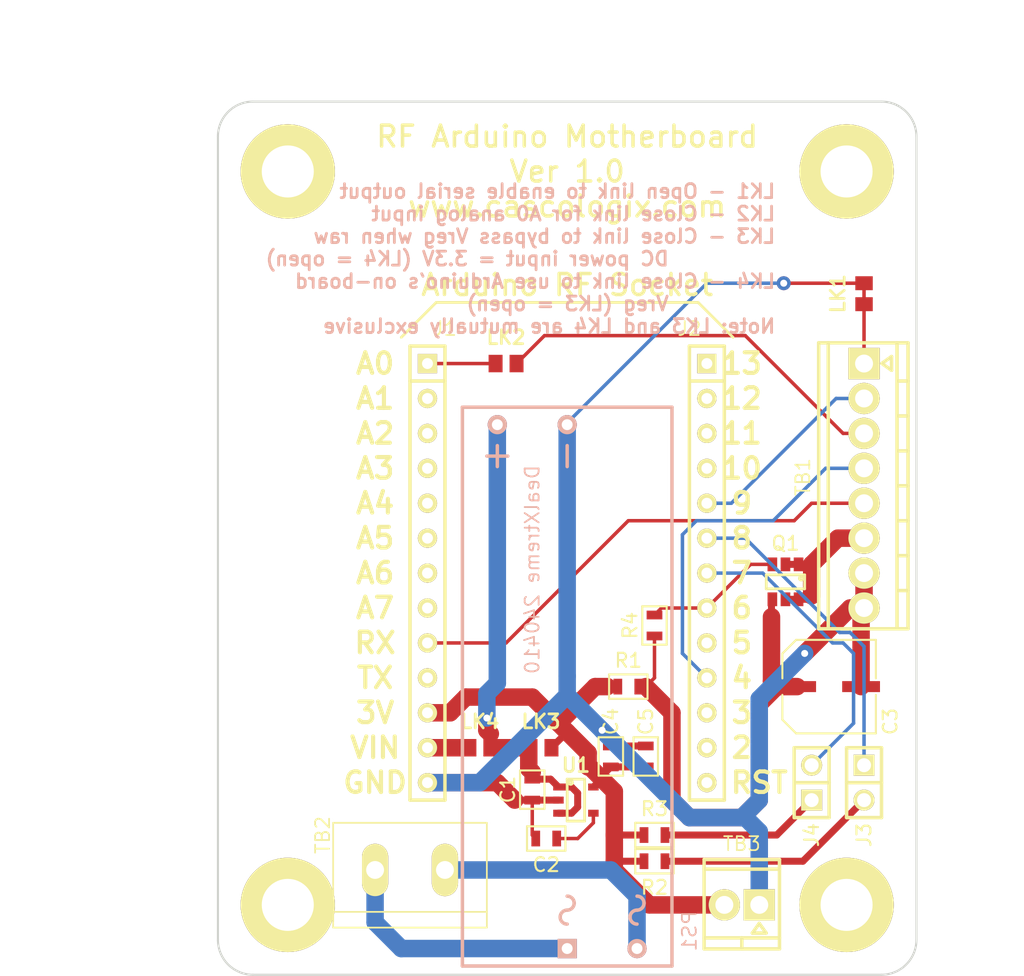
<source format=kicad_pcb>
(kicad_pcb (version 4) (host pcbnew 4.0.1-stable)

  (general
    (links 47)
    (no_connects 0)
    (area 73.050399 61.3918 149.672525 132.491842)
    (thickness 1.6)
    (drawings 51)
    (tracks 167)
    (zones 0)
    (modules 27)
    (nets 37)
  )

  (page A4)
  (layers
    (0 F.Cu signal)
    (31 B.Cu signal)
    (32 B.Adhes user)
    (33 F.Adhes user)
    (34 B.Paste user)
    (35 F.Paste user)
    (36 B.SilkS user)
    (37 F.SilkS user)
    (38 B.Mask user)
    (39 F.Mask user)
    (40 Dwgs.User user)
    (41 Cmts.User user)
    (42 Eco1.User user)
    (43 Eco2.User user)
    (44 Edge.Cuts user)
    (45 Margin user)
    (46 B.CrtYd user)
    (47 F.CrtYd user)
    (48 B.Fab user hide)
    (49 F.Fab user hide)
  )

  (setup
    (last_trace_width 0.254)
    (user_trace_width 0.254)
    (user_trace_width 0.508)
    (user_trace_width 0.762)
    (user_trace_width 1.016)
    (user_trace_width 1.27)
    (trace_clearance 0.2032)
    (zone_clearance 0.508)
    (zone_45_only no)
    (trace_min 0.1524)
    (segment_width 0.2032)
    (edge_width 0.1524)
    (via_size 0.762)
    (via_drill 0.381)
    (via_min_size 0.381)
    (via_min_drill 0.254)
    (user_via 0.762 0.381)
    (user_via 1.016 0.508)
    (uvia_size 0.3)
    (uvia_drill 0.1)
    (uvias_allowed no)
    (uvia_min_size 0.2)
    (uvia_min_drill 0.1)
    (pcb_text_width 0.3)
    (pcb_text_size 1.016 1.016)
    (mod_edge_width 0.127)
    (mod_text_size 1.016 1.016)
    (mod_text_width 0.127)
    (pad_size 1.524 1.524)
    (pad_drill 0.762)
    (pad_to_mask_clearance 0.2)
    (aux_axis_origin 88.9 68.58)
    (visible_elements 7FFEFFFF)
    (pcbplotparams
      (layerselection 0x010fc_80000001)
      (usegerberextensions false)
      (excludeedgelayer true)
      (linewidth 0.100000)
      (plotframeref false)
      (viasonmask false)
      (mode 1)
      (useauxorigin true)
      (hpglpennumber 1)
      (hpglpenspeed 20)
      (hpglpendiameter 15)
      (hpglpenoverlay 2)
      (psnegative false)
      (psa4output false)
      (plotreference true)
      (plotvalue true)
      (plotinvisibletext false)
      (padsonsilk false)
      (subtractmaskfromsilk false)
      (outputformat 1)
      (mirror false)
      (drillshape 0)
      (scaleselection 1)
      (outputdirectory "Z:/Engineering/Projects/Adapter_Boards/Motherboard/PCB Assembly/"))
  )

  (net 0 "")
  (net 1 "Net-(C3-Pad1)")
  (net 2 GND)
  (net 3 +3V3)
  (net 4 VIN)
  (net 5 "Net-(J1-Pad10)")
  (net 6 "Net-(J1-Pad6)")
  (net 7 "Net-(J1-Pad7)")
  (net 8 MAX_TX)
  (net 9 "Net-(J1-Pad8)")
  (net 10 "Net-(J1-Pad4)")
  (net 11 "Net-(J1-Pad5)")
  (net 12 "Net-(J1-Pad3)")
  (net 13 "Net-(J1-Pad2)")
  (net 14 MAX_AN)
  (net 15 "Net-(J2-Pad13)")
  (net 16 "Net-(J2-Pad11)")
  (net 17 "Net-(J2-Pad12)")
  (net 18 MAX_TRIG)
  (net 19 "Net-(J2-Pad9)")
  (net 20 MAX_PWR)
  (net 21 "Net-(J2-Pad4)")
  (net 22 MAX_PW)
  (net 23 "Net-(J2-Pad3)")
  (net 24 "Net-(J2-Pad2)")
  (net 25 "Net-(J2-Pad1)")
  (net 26 "Net-(PS1-Pad1)")
  (net 27 "Net-(PS1-Pad2)")
  (net 28 "Net-(C1-Pad1)")
  (net 29 "Net-(LK1-Pad1)")
  (net 30 "Net-(LK2-Pad1)")
  (net 31 "Net-(C2-Pad1)")
  (net 32 "Net-(J2-Pad6)")
  (net 33 "Net-(J2-Pad7)")
  (net 34 "Net-(J3-Pad2)")
  (net 35 "Net-(J4-Pad1)")
  (net 36 "Net-(Q1-Pad1)")

  (net_class Default "This is the default net class."
    (clearance 0.2032)
    (trace_width 0.254)
    (via_dia 0.762)
    (via_drill 0.381)
    (uvia_dia 0.3)
    (uvia_drill 0.1)
    (add_net MAX_AN)
    (add_net MAX_PW)
    (add_net MAX_PWR)
    (add_net MAX_TRIG)
    (add_net MAX_TX)
    (add_net "Net-(C2-Pad1)")
    (add_net "Net-(J1-Pad10)")
    (add_net "Net-(J1-Pad2)")
    (add_net "Net-(J1-Pad3)")
    (add_net "Net-(J1-Pad4)")
    (add_net "Net-(J1-Pad5)")
    (add_net "Net-(J1-Pad6)")
    (add_net "Net-(J1-Pad7)")
    (add_net "Net-(J1-Pad8)")
    (add_net "Net-(J2-Pad1)")
    (add_net "Net-(J2-Pad11)")
    (add_net "Net-(J2-Pad12)")
    (add_net "Net-(J2-Pad13)")
    (add_net "Net-(J2-Pad2)")
    (add_net "Net-(J2-Pad3)")
    (add_net "Net-(J2-Pad4)")
    (add_net "Net-(J2-Pad6)")
    (add_net "Net-(J2-Pad7)")
    (add_net "Net-(J2-Pad9)")
    (add_net "Net-(J3-Pad2)")
    (add_net "Net-(J4-Pad1)")
    (add_net "Net-(LK1-Pad1)")
    (add_net "Net-(LK2-Pad1)")
  )

  (net_class Power ""
    (clearance 0.2032)
    (trace_width 1.27)
    (via_dia 1.016)
    (via_drill 0.508)
    (uvia_dia 0.3)
    (uvia_drill 0.1)
    (add_net +3V3)
    (add_net GND)
    (add_net "Net-(C1-Pad1)")
    (add_net "Net-(C3-Pad1)")
    (add_net "Net-(PS1-Pad1)")
    (add_net "Net-(PS1-Pad2)")
    (add_net "Net-(Q1-Pad1)")
    (add_net VIN)
  )

  (module Fastener:MH_#6 locked (layer F.Cu) (tedit 56A965A1) (tstamp 56A96639)
    (at 134.62 127)
    (path /56A807CC)
    (fp_text reference MH3 (at 0 4.445) (layer F.SilkS) hide
      (effects (font (size 1 1) (thickness 0.15)))
    )
    (fp_text value "#6" (at 0 -4.445) (layer F.Fab) hide
      (effects (font (size 1 1) (thickness 0.15)))
    )
    (pad 1 thru_hole circle (at 0 0) (size 6.858 6.858) (drill 3.7846) (layers *.Cu *.Mask F.SilkS))
  )

  (module Fastener:MH_#6 locked (layer F.Cu) (tedit 56A965A4) (tstamp 56A96635)
    (at 93.98 127)
    (path /56A80809)
    (fp_text reference MH4 (at 0 4.445) (layer F.SilkS) hide
      (effects (font (size 1 1) (thickness 0.15)))
    )
    (fp_text value "#6" (at 0 -4.445) (layer F.Fab) hide
      (effects (font (size 1 1) (thickness 0.15)))
    )
    (pad 1 thru_hole circle (at 0 0) (size 6.858 6.858) (drill 3.7846) (layers *.Cu *.Mask F.SilkS))
  )

  (module Fastener:MH_#6 locked (layer F.Cu) (tedit 56A96598) (tstamp 56A9662B)
    (at 93.98 73.66)
    (path /56A80853)
    (fp_text reference MH1 (at 0 4.445) (layer F.SilkS) hide
      (effects (font (size 1 1) (thickness 0.15)))
    )
    (fp_text value "#6" (at 0 -4.445) (layer F.Fab) hide
      (effects (font (size 1 1) (thickness 0.15)))
    )
    (pad 1 thru_hole circle (at 0 0) (size 6.858 6.858) (drill 3.7846) (layers *.Cu *.Mask F.SilkS))
  )

  (module Terminal_Block:CONN_2 (layer F.Cu) (tedit 56AADFEF) (tstamp 56A86F3E)
    (at 102.87 124.46 180)
    (path /56A857D1)
    (attr virtual)
    (fp_text reference TB2 (at 6.35 2.54 270) (layer F.SilkS)
      (effects (font (size 1.016 1.016) (thickness 0.127)))
    )
    (fp_text value OSTTC022162 (at 6.35 0 270) (layer F.Fab) hide
      (effects (font (size 1.016 1.016) (thickness 0.127)))
    )
    (fp_line (start -5.588 -3.048) (end 5.588 -3.048) (layer F.SilkS) (width 0.127))
    (fp_line (start -5.588 -4.191) (end 5.588 -4.191) (layer F.SilkS) (width 0.127))
    (fp_line (start 5.588 -4.191) (end 5.588 3.429) (layer F.SilkS) (width 0.127))
    (fp_line (start 5.588 3.429) (end -5.588 3.429) (layer F.SilkS) (width 0.127))
    (fp_line (start -5.588 3.429) (end -5.588 -4.191) (layer F.SilkS) (width 0.127))
    (pad 1 thru_hole oval (at -2.54 0 180) (size 1.905 3.81) (drill 1.2954) (layers *.Cu F.Paste F.SilkS F.Mask)
      (net 27 "Net-(PS1-Pad2)"))
    (pad 2 thru_hole oval (at 2.54 0 180) (size 1.905 3.81) (drill 1.2954) (layers *.Cu F.Paste F.SilkS F.Mask)
      (net 26 "Net-(PS1-Pad1)"))
    (model C:/Engineering/KiCAD_Libraries/3D/Terminal_Blocks/VRML/TB_200MIL_1R2P_HORZ_PTH.wrl
      (at (xyz 0 0 0))
      (scale (xyz 10 10 10))
      (rotate (xyz 0 0 0))
    )
  )

  (module Header:HEADER_F_2.54MM_1R13P_ST_AU_PTH locked (layer F.Cu) (tedit 56AADFD7) (tstamp 56A8617C)
    (at 124.46 102.87 270)
    (tags Header)
    (path /56A822EC)
    (fp_text reference J2 (at -17.78 1.27 360) (layer F.SilkS)
      (effects (font (size 1.016 1.016) (thickness 0.127)))
    )
    (fp_text value PPTC131LFBN-RC (at 0 -2.54 270) (layer F.Fab) hide
      (effects (font (size 1.016 1.016) (thickness 0.127)))
    )
    (fp_line (start 16.51 1.27) (end -16.51 1.27) (layer F.SilkS) (width 0.254))
    (fp_line (start -16.51 -1.27) (end 16.51 -1.27) (layer F.SilkS) (width 0.254))
    (fp_line (start 16.51 -1.27) (end 16.51 1.27) (layer F.SilkS) (width 0.254))
    (fp_line (start -13.97 1.27) (end -13.97 -1.27) (layer F.SilkS) (width 0.254))
    (fp_line (start -16.51 1.27) (end -16.51 -1.27) (layer F.SilkS) (width 0.254))
    (pad 13 thru_hole circle (at 15.24 0 270) (size 1.397 1.397) (drill 0.79375) (layers *.Cu *.Mask F.SilkS)
      (net 15 "Net-(J2-Pad13)"))
    (pad 11 thru_hole circle (at 10.16 0 270) (size 1.397 1.397) (drill 0.79375) (layers *.Cu *.Mask F.SilkS)
      (net 16 "Net-(J2-Pad11)"))
    (pad 12 thru_hole circle (at 12.7 0 270) (size 1.397 1.397) (drill 0.79375) (layers *.Cu *.Mask F.SilkS)
      (net 17 "Net-(J2-Pad12)"))
    (pad 10 thru_hole circle (at 7.62 0 270) (size 1.397 1.397) (drill 0.79375) (layers *.Cu *.Mask F.SilkS)
      (net 18 MAX_TRIG))
    (pad 6 thru_hole circle (at -2.54 0 270) (size 1.397 1.397) (drill 0.79375) (layers *.Cu *.Mask F.SilkS)
      (net 32 "Net-(J2-Pad6)"))
    (pad 7 thru_hole circle (at 0 0 270) (size 1.397 1.397) (drill 0.79375) (layers *.Cu *.Mask F.SilkS)
      (net 33 "Net-(J2-Pad7)"))
    (pad 9 thru_hole circle (at 5.08 0 270) (size 1.397 1.397) (drill 0.79375) (layers *.Cu *.Mask F.SilkS)
      (net 19 "Net-(J2-Pad9)"))
    (pad 8 thru_hole circle (at 2.54 0 270) (size 1.397 1.397) (drill 0.79375) (layers *.Cu *.Mask F.SilkS)
      (net 20 MAX_PWR))
    (pad 4 thru_hole circle (at -7.62 0 270) (size 1.397 1.397) (drill 0.79375) (layers *.Cu *.Mask F.SilkS)
      (net 21 "Net-(J2-Pad4)"))
    (pad 5 thru_hole circle (at -5.08 0 270) (size 1.397 1.397) (drill 0.79375) (layers *.Cu *.Mask F.SilkS)
      (net 22 MAX_PW))
    (pad 3 thru_hole circle (at -10.16 0 270) (size 1.397 1.397) (drill 0.79375) (layers *.Cu *.Mask F.SilkS)
      (net 23 "Net-(J2-Pad3)"))
    (pad 2 thru_hole circle (at -12.7 0 270) (size 1.397 1.397) (drill 0.79375) (layers *.Cu *.Mask F.SilkS)
      (net 24 "Net-(J2-Pad2)"))
    (pad 1 thru_hole rect (at -15.24 0 270) (size 1.397 1.397) (drill 0.79375) (layers *.Cu *.Mask F.SilkS)
      (net 25 "Net-(J2-Pad1)"))
    (model C:/Engineering/KiCAD_Libraries/3D/Headers/VRML/HEADER_F_2.54MM_1R13P_ST_AU_PTH.wrl
      (at (xyz 0 0 0))
      (scale (xyz 1 1 1))
      (rotate (xyz 0 0 0))
    )
  )

  (module Header:HEADER_F_2.54MM_1R13P_ST_AU_PTH locked (layer F.Cu) (tedit 56AADFDA) (tstamp 56A86196)
    (at 104.14 102.87 270)
    (tags Header)
    (path /56A8229C)
    (fp_text reference J1 (at -17.78 -1.27 360) (layer F.SilkS)
      (effects (font (size 1.016 1.016) (thickness 0.127)))
    )
    (fp_text value PPTC131LFBN-RC (at 0 -2.54 270) (layer F.Fab) hide
      (effects (font (size 1.016 1.016) (thickness 0.127)))
    )
    (fp_line (start 16.51 1.27) (end -16.51 1.27) (layer F.SilkS) (width 0.254))
    (fp_line (start -16.51 -1.27) (end 16.51 -1.27) (layer F.SilkS) (width 0.254))
    (fp_line (start 16.51 -1.27) (end 16.51 1.27) (layer F.SilkS) (width 0.254))
    (fp_line (start -13.97 1.27) (end -13.97 -1.27) (layer F.SilkS) (width 0.254))
    (fp_line (start -16.51 1.27) (end -16.51 -1.27) (layer F.SilkS) (width 0.254))
    (pad 13 thru_hole circle (at 15.24 0 270) (size 1.397 1.397) (drill 0.79375) (layers *.Cu *.Mask F.SilkS)
      (net 2 GND))
    (pad 11 thru_hole circle (at 10.16 0 270) (size 1.397 1.397) (drill 0.79375) (layers *.Cu *.Mask F.SilkS)
      (net 3 +3V3))
    (pad 12 thru_hole circle (at 12.7 0 270) (size 1.397 1.397) (drill 0.79375) (layers *.Cu *.Mask F.SilkS)
      (net 4 VIN))
    (pad 10 thru_hole circle (at 7.62 0 270) (size 1.397 1.397) (drill 0.79375) (layers *.Cu *.Mask F.SilkS)
      (net 5 "Net-(J1-Pad10)"))
    (pad 6 thru_hole circle (at -2.54 0 270) (size 1.397 1.397) (drill 0.79375) (layers *.Cu *.Mask F.SilkS)
      (net 6 "Net-(J1-Pad6)"))
    (pad 7 thru_hole circle (at 0 0 270) (size 1.397 1.397) (drill 0.79375) (layers *.Cu *.Mask F.SilkS)
      (net 7 "Net-(J1-Pad7)"))
    (pad 9 thru_hole circle (at 5.08 0 270) (size 1.397 1.397) (drill 0.79375) (layers *.Cu *.Mask F.SilkS)
      (net 8 MAX_TX))
    (pad 8 thru_hole circle (at 2.54 0 270) (size 1.397 1.397) (drill 0.79375) (layers *.Cu *.Mask F.SilkS)
      (net 9 "Net-(J1-Pad8)"))
    (pad 4 thru_hole circle (at -7.62 0 270) (size 1.397 1.397) (drill 0.79375) (layers *.Cu *.Mask F.SilkS)
      (net 10 "Net-(J1-Pad4)"))
    (pad 5 thru_hole circle (at -5.08 0 270) (size 1.397 1.397) (drill 0.79375) (layers *.Cu *.Mask F.SilkS)
      (net 11 "Net-(J1-Pad5)"))
    (pad 3 thru_hole circle (at -10.16 0 270) (size 1.397 1.397) (drill 0.79375) (layers *.Cu *.Mask F.SilkS)
      (net 12 "Net-(J1-Pad3)"))
    (pad 2 thru_hole circle (at -12.7 0 270) (size 1.397 1.397) (drill 0.79375) (layers *.Cu *.Mask F.SilkS)
      (net 13 "Net-(J1-Pad2)"))
    (pad 1 thru_hole rect (at -15.24 0 270) (size 1.397 1.397) (drill 0.79375) (layers *.Cu *.Mask F.SilkS)
      (net 14 MAX_AN))
    (model C:/Engineering/KiCAD_Libraries/3D/Headers/VRML/HEADER_F_2.54MM_1R13P_ST_AU_PTH.wrl
      (at (xyz 0 0 0))
      (scale (xyz 1 1 1))
      (rotate (xyz 0 0 0))
    )
  )

  (module Terminal_Block:TB_100MIL_1R2P_PTH locked (layer F.Cu) (tedit 56A9668E) (tstamp 56A87F22)
    (at 127 127 180)
    (tags Header)
    (path /56A804F7)
    (fp_text reference TB3 (at 0 4.445 180) (layer F.SilkS)
      (effects (font (size 1.016 1.016) (thickness 0.127)))
    )
    (fp_text value OSTVN02A150 (at -3.81 0 270) (layer F.Fab) hide
      (effects (font (size 1.016 1.016) (thickness 0.127)))
    )
    (fp_line (start 0 -3.2) (end 0 -2.4) (layer F.SilkS) (width 0.254))
    (fp_line (start -2.74 2.6) (end 2.74 2.6) (layer F.SilkS) (width 0.254))
    (fp_line (start -2.74 -2.4) (end 2.74 -2.4) (layer F.SilkS) (width 0.254))
    (fp_line (start -2.74 3.3) (end -2.74 -3.2) (layer F.SilkS) (width 0.254))
    (fp_line (start -2.74 -3.2) (end 2.74 -3.2) (layer F.SilkS) (width 0.254))
    (fp_line (start 2.74 -3.2) (end 2.74 3.3) (layer F.SilkS) (width 0.254))
    (fp_line (start 2.74 3.3) (end -2.74 3.3) (layer F.SilkS) (width 0.254))
    (fp_line (start -1.26984 -1.34888) (end -0.76946 -2.04992) (layer F.SilkS) (width 0.254))
    (fp_line (start -0.76946 -2.04992) (end -1.77022 -2.04992) (layer F.SilkS) (width 0.254))
    (fp_line (start -1.77022 -2.04992) (end -1.26984 -1.34888) (layer F.SilkS) (width 0.254))
    (pad 1 thru_hole rect (at -1.27 0 180) (size 2.275 2.275) (drill 1.3) (layers *.Cu *.Mask F.SilkS)
      (net 2 GND))
    (pad 2 thru_hole circle (at 1.27 0 180) (size 2.275 2.275) (drill 1.3) (layers *.Cu *.Mask F.SilkS)
      (net 3 +3V3))
    (model C:/Engineering/KiCAD_Libraries/3D/Terminal_Blocks/VRML/TB_100MIL_1R2P_PTH.wrl
      (at (xyz 0 0 0))
      (scale (xyz 1 1 1))
      (rotate (xyz 0 0 0))
    )
  )

  (module Terminal_Block:TB_100MIL_1R8P_PTH locked (layer F.Cu) (tedit 56A99B31) (tstamp 56A86E2A)
    (at 135.89 96.52 270)
    (tags Header)
    (path /56A875B7)
    (fp_text reference TB1 (at -0.635 4.445 270) (layer F.SilkS)
      (effects (font (size 1.016 1.016) (thickness 0.127)))
    )
    (fp_text value OSTVN_1x8 (at -11.43 0 360) (layer F.Fab) hide
      (effects (font (size 1.016 1.016) (thickness 0.127)))
    )
    (fp_line (start -8.90016 -1.29888) (end -9.40054 -1.99992) (layer F.SilkS) (width 0.254))
    (fp_line (start -9.40054 -1.99992) (end -8.39978 -1.99992) (layer F.SilkS) (width 0.254))
    (fp_line (start -8.39978 -1.99992) (end -8.90016 -1.29888) (layer F.SilkS) (width 0.254))
    (fp_line (start -10.39876 2.60096) (end 10.39876 2.60096) (layer F.SilkS) (width 0.254))
    (fp_line (start -10.39876 -2.4003) (end 10.39876 -2.4003) (layer F.SilkS) (width 0.254))
    (fp_line (start -10.39876 -3.2004) (end -10.39876 3.29946) (layer F.SilkS) (width 0.254))
    (fp_line (start -10.39876 3.29946) (end 10.39876 3.29946) (layer F.SilkS) (width 0.254))
    (fp_line (start 10.39876 3.29946) (end 10.39876 -3.2004) (layer F.SilkS) (width 0.254))
    (fp_line (start 10.39876 -3.2004) (end -10.39876 -3.2004) (layer F.SilkS) (width 0.254))
    (fp_line (start 7.62 -2.57048) (end 7.62 -3.20548) (layer F.SilkS) (width 0.254))
    (fp_line (start 5.08 -2.57048) (end 5.08 -3.20548) (layer F.SilkS) (width 0.254))
    (fp_line (start 2.54 -2.57048) (end 2.54 -3.20548) (layer F.SilkS) (width 0.254))
    (fp_line (start 0 -2.57048) (end 0 -3.20548) (layer F.SilkS) (width 0.254))
    (fp_line (start -2.54 -2.57048) (end -2.54 -3.20548) (layer F.SilkS) (width 0.254))
    (fp_line (start -5.08 -2.57048) (end -5.08 -3.20548) (layer F.SilkS) (width 0.254))
    (fp_line (start -7.62 -2.57048) (end -7.62 -3.20548) (layer F.SilkS) (width 0.254))
    (pad 7 thru_hole circle (at 6.35 0 270) (size 2.275 2.275) (drill 1.3) (layers *.Cu *.Mask F.SilkS)
      (net 2 GND))
    (pad 6 thru_hole circle (at 3.81 0 270) (size 2.275 2.275) (drill 1.3) (layers *.Cu *.Mask F.SilkS)
      (net 36 "Net-(Q1-Pad1)"))
    (pad 8 thru_hole circle (at 8.89 0 270) (size 2.275 2.275) (drill 1.3) (layers *.Cu *.Mask F.SilkS)
      (net 2 GND))
    (pad 5 thru_hole circle (at 1.27 0 270) (size 2.275 2.275) (drill 1.3) (layers *.Cu *.Mask F.SilkS)
      (net 8 MAX_TX))
    (pad 4 thru_hole circle (at -1.27 0 270) (size 2.275 2.275) (drill 1.3) (layers *.Cu *.Mask F.SilkS)
      (net 18 MAX_TRIG))
    (pad 1 thru_hole rect (at -8.89 0 270) (size 2.275 2.275) (drill 1.3) (layers *.Cu *.Mask F.SilkS)
      (net 29 "Net-(LK1-Pad1)"))
    (pad 2 thru_hole circle (at -6.35 0 270) (size 2.275 2.275) (drill 1.3) (layers *.Cu *.Mask F.SilkS)
      (net 22 MAX_PW))
    (pad 3 thru_hole circle (at -3.81 0 270) (size 2.275 2.275) (drill 1.3) (layers *.Cu *.Mask F.SilkS)
      (net 30 "Net-(LK2-Pad1)"))
    (model C:/Engineering/KiCAD_Libraries/3D/Terminal_Blocks/VRML/TB_100MIL_1R8P_PTH.wrl
      (at (xyz 0 0 0))
      (scale (xyz 1 1 1))
      (rotate (xyz 0 0 0))
    )
  )

  (module Power_Supply:AC_DC_Conv locked (layer B.Cu) (tedit 56AC0A7F) (tstamp 56A89930)
    (at 114.3 111.125 90)
    (path /56A87B91)
    (fp_text reference PS1 (at -17.78 8.89 90) (layer B.SilkS)
      (effects (font (size 1.016 1.016) (thickness 0.127)) (justify mirror))
    )
    (fp_text value "DealXtreme 240410" (at 8.509 -2.54 90) (layer B.SilkS)
      (effects (font (size 1.016 1.016) (thickness 0.127)) (justify mirror))
    )
    (fp_line (start 17.526 0) (end 16.002 0) (layer B.SilkS) (width 0.254))
    (fp_line (start 16.002 -5.08) (end 17.526 -5.08) (layer B.SilkS) (width 0.254))
    (fp_line (start 16.764 -4.318) (end 16.764 -5.842) (layer B.SilkS) (width 0.254))
    (fp_arc (start -16.764 0) (end -16.256 0) (angle -90) (layer B.SilkS) (width 0.254))
    (fp_arc (start -15.748 0) (end -16.256 0) (angle -90) (layer B.SilkS) (width 0.254))
    (fp_arc (start -15.748 0) (end -15.748 0.508) (angle -90) (layer B.SilkS) (width 0.254))
    (fp_arc (start -16.764 0) (end -16.764 -0.508) (angle -90) (layer B.SilkS) (width 0.254))
    (fp_arc (start -16.764 5.08) (end -16.764 4.572) (angle -90) (layer B.SilkS) (width 0.254))
    (fp_arc (start -15.748 5.08) (end -15.748 5.588) (angle -90) (layer B.SilkS) (width 0.254))
    (fp_arc (start -15.748 5.08) (end -16.256 5.08) (angle -90) (layer B.SilkS) (width 0.254))
    (fp_arc (start -16.764 5.08) (end -16.256 5.08) (angle -90) (layer B.SilkS) (width 0.254))
    (fp_line (start -20.32 7.62) (end -20.32 -7.62) (layer B.SilkS) (width 0.254))
    (fp_line (start -20.32 -7.62) (end 20.32 -7.62) (layer B.SilkS) (width 0.254))
    (fp_line (start 20.32 -7.62) (end 20.32 7.62) (layer B.SilkS) (width 0.254))
    (fp_line (start 20.32 7.62) (end -20.32 7.62) (layer B.SilkS) (width 0.254))
    (pad 1 thru_hole rect (at -19.05 0 90) (size 1.397 1.397) (drill 0.79375) (layers *.Cu *.Mask B.SilkS)
      (net 26 "Net-(PS1-Pad1)"))
    (pad 2 thru_hole circle (at -19.05 5.08 90) (size 1.397 1.397) (drill 0.79375) (layers *.Cu *.Mask B.SilkS)
      (net 27 "Net-(PS1-Pad2)"))
    (pad 4 thru_hole circle (at 19.05 0 90) (size 1.397 1.397) (drill 0.79375) (layers *.Cu *.Mask B.SilkS)
      (net 2 GND))
    (pad 3 thru_hole circle (at 19.05 -5.08 90) (size 1.397 1.397) (drill 0.79375) (layers *.Cu *.Mask B.SilkS)
      (net 28 "Net-(C1-Pad1)"))
  )

  (module Fastener:MH_#6 locked (layer F.Cu) (tedit 56A9659D) (tstamp 56A96615)
    (at 134.62 73.66)
    (path /56A80747)
    (fp_text reference MH2 (at 0 4.445) (layer F.SilkS) hide
      (effects (font (size 1 1) (thickness 0.15)))
    )
    (fp_text value "#6" (at 0 -4.445) (layer F.Fab) hide
      (effects (font (size 1 1) (thickness 0.15)))
    )
    (pad 1 thru_hole circle (at 0 0) (size 6.858 6.858) (drill 3.7846) (layers *.Cu *.Mask F.SilkS))
  )

  (module Passive:CAP_F55 (layer F.Cu) (tedit 56A99C4B) (tstamp 56A9956A)
    (at 133.35 111.125 90)
    (path /56A80643)
    (attr smd)
    (fp_text reference C3 (at -2.54 4.445 270) (layer F.SilkS)
      (effects (font (size 1 1) (thickness 0.15)))
    )
    (fp_text value 100uF (at 0 5 90) (layer F.Fab)
      (effects (font (size 1 1) (thickness 0.15)))
    )
    (fp_line (start -0.6 -3.4) (end -2.4 -3.4) (layer F.SilkS) (width 0.15))
    (fp_line (start 2.4 -3.4) (end 0.6 -3.4) (layer F.SilkS) (width 0.15))
    (fp_line (start 0.6 3.4) (end 3.4 3.4) (layer F.SilkS) (width 0.15))
    (fp_line (start -3.4 3.4) (end -0.6 3.4) (layer F.SilkS) (width 0.15))
    (fp_line (start -3.4 3.4) (end -3.4 -2.4) (layer F.SilkS) (width 0.15))
    (fp_line (start -3.4 -2.4) (end -2.4 -3.4) (layer F.SilkS) (width 0.15))
    (fp_line (start 2.4 -3.4) (end 3.4 -2.4) (layer F.SilkS) (width 0.15))
    (fp_line (start 3.4 -2.4) (end 3.4 3.4) (layer F.SilkS) (width 0.15))
    (pad 1 smd rect (at 0 -2.325 90) (size 0.8 2.75) (layers F.Cu F.Paste F.Mask)
      (net 1 "Net-(C3-Pad1)"))
    (pad 2 smd rect (at 0 2.325 90) (size 0.8 2.75) (layers F.Cu F.Paste F.Mask)
      (net 2 GND))
    (model "C:/Engineering/KiCAD_Libraries/3D/Discrete/Passive/Capacitors/VRML/SMD Aluminum Electrolytic Capacitors 100uF 6,3V.wrl"
      (at (xyz 0 0 0))
      (scale (xyz 1 1 1))
      (rotate (xyz 0 0 0))
    )
  )

  (module Passive:0603 (layer F.Cu) (tedit 56AAE135) (tstamp 56A9A44B)
    (at 111.76 118.618 270)
    (path /56AA0616)
    (attr smd)
    (fp_text reference C1 (at 0 1.778 450) (layer F.SilkS)
      (effects (font (size 1.016 1.016) (thickness 0.1524)))
    )
    (fp_text value 1uF (at 0 1.524 270) (layer F.SilkS) hide
      (effects (font (size 1.016 1.016) (thickness 0.1524)))
    )
    (fp_line (start -1.397 -0.889) (end 1.397 -0.889) (layer F.SilkS) (width 0.1524))
    (fp_line (start 1.397 -0.889) (end 1.397 0.889) (layer F.SilkS) (width 0.1524))
    (fp_line (start 1.397 0.889) (end -1.397 0.889) (layer F.SilkS) (width 0.1524))
    (fp_line (start -1.397 0.889) (end -1.397 -0.889) (layer F.SilkS) (width 0.1524))
    (pad 1 smd rect (at -0.762 0 270) (size 0.635 1.143) (layers F.Cu F.Paste F.Mask)
      (net 28 "Net-(C1-Pad1)"))
    (pad 2 smd rect (at 0.762 0 270) (size 0.635 1.143) (layers F.Cu F.Paste F.Mask)
      (net 2 GND))
    (model C:/Engineering/KiCAD_Libraries/3D/Discrete/Passive/Capacitors/VRML/C0603.wrl
      (at (xyz 0 0 0.005))
      (scale (xyz 1 1 1))
      (rotate (xyz 0 0 0))
    )
  )

  (module Passive:0603 (layer F.Cu) (tedit 56A99842) (tstamp 56A9A455)
    (at 112.776 122.174 180)
    (path /56AA02BD)
    (attr smd)
    (fp_text reference C2 (at 0 -1.905 180) (layer F.SilkS)
      (effects (font (size 1.016 1.016) (thickness 0.1524)))
    )
    (fp_text value 1uF (at 0 1.524 180) (layer F.SilkS) hide
      (effects (font (size 1.016 1.016) (thickness 0.1524)))
    )
    (fp_line (start -1.397 -0.889) (end 1.397 -0.889) (layer F.SilkS) (width 0.1524))
    (fp_line (start 1.397 -0.889) (end 1.397 0.889) (layer F.SilkS) (width 0.1524))
    (fp_line (start 1.397 0.889) (end -1.397 0.889) (layer F.SilkS) (width 0.1524))
    (fp_line (start -1.397 0.889) (end -1.397 -0.889) (layer F.SilkS) (width 0.1524))
    (pad 1 smd rect (at -0.762 0 180) (size 0.635 1.143) (layers F.Cu F.Paste F.Mask)
      (net 31 "Net-(C2-Pad1)"))
    (pad 2 smd rect (at 0.762 0 180) (size 0.635 1.143) (layers F.Cu F.Paste F.Mask)
      (net 2 GND))
    (model C:/Engineering/KiCAD_Libraries/3D/Discrete/Passive/Capacitors/VRML/C0603.wrl
      (at (xyz 0 0 0.005))
      (scale (xyz 1 1 1))
      (rotate (xyz 0 0 0))
    )
  )

  (module Passive:0603 (layer F.Cu) (tedit 56A999C4) (tstamp 56A9A45F)
    (at 117.475 116.205 90)
    (path /56A98B07)
    (attr smd)
    (fp_text reference C4 (at 2.54 0 90) (layer F.SilkS)
      (effects (font (size 1.016 1.016) (thickness 0.1524)))
    )
    (fp_text value 10uF (at 0 1.524 90) (layer F.SilkS) hide
      (effects (font (size 1.016 1.016) (thickness 0.1524)))
    )
    (fp_line (start -1.397 -0.889) (end 1.397 -0.889) (layer F.SilkS) (width 0.1524))
    (fp_line (start 1.397 -0.889) (end 1.397 0.889) (layer F.SilkS) (width 0.1524))
    (fp_line (start 1.397 0.889) (end -1.397 0.889) (layer F.SilkS) (width 0.1524))
    (fp_line (start -1.397 0.889) (end -1.397 -0.889) (layer F.SilkS) (width 0.1524))
    (pad 1 smd rect (at -0.762 0 90) (size 0.635 1.143) (layers F.Cu F.Paste F.Mask)
      (net 3 +3V3))
    (pad 2 smd rect (at 0.762 0 90) (size 0.635 1.143) (layers F.Cu F.Paste F.Mask)
      (net 2 GND))
    (model C:/Engineering/KiCAD_Libraries/3D/Discrete/Passive/Capacitors/VRML/C0603.wrl
      (at (xyz 0 0 0.005))
      (scale (xyz 1 1 1))
      (rotate (xyz 0 0 0))
    )
  )

  (module Passive:0603 (layer F.Cu) (tedit 56A999C6) (tstamp 56A9A469)
    (at 120.015 116.205 90)
    (path /56A98ED3)
    (attr smd)
    (fp_text reference C5 (at 2.54 0 90) (layer F.SilkS)
      (effects (font (size 1.016 1.016) (thickness 0.1524)))
    )
    (fp_text value 1uF (at 0 1.524 90) (layer F.SilkS) hide
      (effects (font (size 1.016 1.016) (thickness 0.1524)))
    )
    (fp_line (start -1.397 -0.889) (end 1.397 -0.889) (layer F.SilkS) (width 0.1524))
    (fp_line (start 1.397 -0.889) (end 1.397 0.889) (layer F.SilkS) (width 0.1524))
    (fp_line (start 1.397 0.889) (end -1.397 0.889) (layer F.SilkS) (width 0.1524))
    (fp_line (start -1.397 0.889) (end -1.397 -0.889) (layer F.SilkS) (width 0.1524))
    (pad 1 smd rect (at -0.762 0 90) (size 0.635 1.143) (layers F.Cu F.Paste F.Mask)
      (net 3 +3V3))
    (pad 2 smd rect (at 0.762 0 90) (size 0.635 1.143) (layers F.Cu F.Paste F.Mask)
      (net 2 GND))
    (model C:/Engineering/KiCAD_Libraries/3D/Discrete/Passive/Capacitors/VRML/C0603.wrl
      (at (xyz 0 0 0.005))
      (scale (xyz 1 1 1))
      (rotate (xyz 0 0 0))
    )
  )

  (module Passive:SOLDER_LINK_NC (layer F.Cu) (tedit 56A99EAC) (tstamp 56A9A48A)
    (at 135.89 82.55 180)
    (path /56A9AC24)
    (attr smd)
    (fp_text reference LK1 (at 1.905 0 270) (layer F.SilkS)
      (effects (font (size 1.016 1.016) (thickness 0.2032)))
    )
    (fp_text value LK_NC (at -1.524 0 270) (layer F.SilkS) hide
      (effects (font (size 1.016 1.016) (thickness 0.2032)))
    )
    (fp_line (start 0 0.508) (end 0 -0.508) (layer F.Cu) (width 0.254))
    (pad 1 smd rect (at 0 -0.762 180) (size 1.27 1.016) (layers F.Cu F.Mask)
      (net 29 "Net-(LK1-Pad1)") (solder_mask_margin 0.254))
    (pad 2 smd rect (at 0 0.762 180) (size 1.27 1.016) (layers F.Cu F.Mask)
      (net 2 GND) (solder_mask_margin 0.254))
  )

  (module Passive:SOLDER_LINK_NO (layer F.Cu) (tedit 56A9985A) (tstamp 56A9A490)
    (at 109.855 87.63 270)
    (path /56A9B2C9)
    (attr smd)
    (fp_text reference LK2 (at -1.905 0 360) (layer F.SilkS)
      (effects (font (size 1.016 1.016) (thickness 0.2032)))
    )
    (fp_text value SOLDER_LINK_NO (at -1.524 0 360) (layer F.SilkS) hide
      (effects (font (size 1.016 1.016) (thickness 0.2032)))
    )
    (pad 1 smd rect (at 0 -0.762 270) (size 1.27 1.016) (layers F.Cu F.Mask)
      (net 30 "Net-(LK2-Pad1)") (solder_mask_margin 0.254))
    (pad 2 smd rect (at 0 0.762 270) (size 1.27 1.016) (layers F.Cu F.Mask)
      (net 14 MAX_AN) (solder_mask_margin 0.254))
  )

  (module Passive:SOLDER_LINK_NO (layer F.Cu) (tedit 56A998B1) (tstamp 56A9A496)
    (at 112.395 115.57 90)
    (path /56A85A50)
    (attr smd)
    (fp_text reference LK3 (at 1.905 0 180) (layer F.SilkS)
      (effects (font (size 1.016 1.016) (thickness 0.2032)))
    )
    (fp_text value SOLDER_LINK_NO (at -1.524 0 180) (layer F.SilkS) hide
      (effects (font (size 1.016 1.016) (thickness 0.2032)))
    )
    (pad 1 smd rect (at 0 -0.762 90) (size 1.27 1.016) (layers F.Cu F.Mask)
      (net 28 "Net-(C1-Pad1)") (solder_mask_margin 0.254))
    (pad 2 smd rect (at 0 0.762 90) (size 1.27 1.016) (layers F.Cu F.Mask)
      (net 3 +3V3) (solder_mask_margin 0.254))
  )

  (module Passive:SOLDER_LINK_NO (layer F.Cu) (tedit 56A99BE6) (tstamp 56A9A49C)
    (at 107.95 115.57 270)
    (path /56A99F2F)
    (attr smd)
    (fp_text reference LK4 (at -1.905 0 360) (layer F.SilkS)
      (effects (font (size 1.016 1.016) (thickness 0.2032)))
    )
    (fp_text value SOLDER_LINK_NO (at -1.524 0 360) (layer F.SilkS) hide
      (effects (font (size 1.016 1.016) (thickness 0.2032)))
    )
    (pad 1 smd rect (at 0 -0.762 270) (size 1.27 1.016) (layers F.Cu F.Mask)
      (net 28 "Net-(C1-Pad1)") (solder_mask_margin 0.254))
    (pad 2 smd rect (at 0 0.762 270) (size 1.27 1.016) (layers F.Cu F.Mask)
      (net 4 VIN) (solder_mask_margin 0.254))
  )

  (module Active:SOT23-6_SMT (layer F.Cu) (tedit 56AC00B5) (tstamp 56A9A4AB)
    (at 130.175 103.505 270)
    (path /56A9AC45)
    (attr smd)
    (fp_text reference Q1 (at -2.794 0 360) (layer F.SilkS)
      (effects (font (size 1.016 1.016) (thickness 0.1524)))
    )
    (fp_text value DMP3105LVT (at 0 -2.54 270) (layer F.SilkS) hide
      (effects (font (size 1.016 1.016) (thickness 0.1524)))
    )
    (fp_circle (center -0.254 -1.143) (end -0.254 -1.016) (layer F.SilkS) (width 0.2032))
    (fp_line (start -0.508 -1.397) (end 0.508 -1.397) (layer F.SilkS) (width 0.2032))
    (fp_line (start -0.508 1.397) (end 0.508 1.397) (layer F.SilkS) (width 0.2032))
    (fp_line (start 0.508 -1.397) (end 0.508 1.397) (layer F.SilkS) (width 0.2032))
    (fp_line (start -0.508 -1.397) (end -0.508 1.397) (layer F.SilkS) (width 0.2032))
    (pad 6 smd rect (at 1.27 -0.9525 180) (size 0.70104 1.00076) (layers F.Cu F.Paste F.Mask)
      (net 36 "Net-(Q1-Pad1)"))
    (pad 5 smd rect (at 1.27 0 180) (size 0.70104 1.00076) (layers F.Cu F.Paste F.Mask)
      (net 36 "Net-(Q1-Pad1)"))
    (pad 4 smd rect (at 1.27 0.9525 180) (size 0.70104 1.00076) (layers F.Cu F.Paste F.Mask)
      (net 1 "Net-(C3-Pad1)"))
    (pad 3 smd rect (at -1.27 0.9525 180) (size 0.70104 1.00076) (layers F.Cu F.Paste F.Mask)
      (net 20 MAX_PWR))
    (pad 2 smd rect (at -1.27 0 180) (size 0.70104 1.00076) (layers F.Cu F.Paste F.Mask)
      (net 36 "Net-(Q1-Pad1)"))
    (pad 1 smd rect (at -1.27 -0.9525 180) (size 0.70104 1.00076) (layers F.Cu F.Paste F.Mask)
      (net 36 "Net-(Q1-Pad1)"))
    (model C:/Engineering/KiCAD_Libraries/3D/ICs/SOT/VRML/SOT-23-6.wrl
      (at (xyz 0 0 0))
      (scale (xyz 1 1 1))
      (rotate (xyz 0 0 -180))
    )
  )

  (module Passive:R0603 (layer F.Cu) (tedit 56A99D8E) (tstamp 56A9A4B5)
    (at 118.745 111.125 180)
    (path /56A80702)
    (attr smd)
    (fp_text reference R1 (at 0 1.905 180) (layer F.SilkS)
      (effects (font (size 1.016 1.016) (thickness 0.1524)))
    )
    (fp_text value 100 (at 0 1.524 180) (layer F.SilkS) hide
      (effects (font (size 1.016 1.016) (thickness 0.1524)))
    )
    (fp_line (start -1.397 -0.889) (end 1.397 -0.889) (layer F.SilkS) (width 0.1524))
    (fp_line (start 1.397 -0.889) (end 1.397 0.889) (layer F.SilkS) (width 0.1524))
    (fp_line (start 1.397 0.889) (end -1.397 0.889) (layer F.SilkS) (width 0.1524))
    (fp_line (start -1.397 0.889) (end -1.397 -0.889) (layer F.SilkS) (width 0.1524))
    (pad 1 smd rect (at -0.762 0 180) (size 0.635 1.143) (layers F.Cu F.Paste F.Mask)
      (net 1 "Net-(C3-Pad1)"))
    (pad 2 smd rect (at 0.762 0 180) (size 0.635 1.143) (layers F.Cu F.Paste F.Mask)
      (net 3 +3V3))
    (model C:/Engineering/KiCAD_Libraries/3D/Discrete/Passive/Resistors/VRML/R0603.wrl
      (at (xyz 0 0 0.005))
      (scale (xyz 1 1 1))
      (rotate (xyz 0 0 0))
    )
  )

  (module Passive:R0603 (layer F.Cu) (tedit 56A99C94) (tstamp 56A9A4BF)
    (at 120.65 123.825 180)
    (path /56A86DC9)
    (attr smd)
    (fp_text reference R2 (at 0 -1.905 180) (layer F.SilkS)
      (effects (font (size 1.016 1.016) (thickness 0.1524)))
    )
    (fp_text value DNP (at 0 1.524 180) (layer F.SilkS) hide
      (effects (font (size 1.016 1.016) (thickness 0.1524)))
    )
    (fp_line (start -1.397 -0.889) (end 1.397 -0.889) (layer F.SilkS) (width 0.1524))
    (fp_line (start 1.397 -0.889) (end 1.397 0.889) (layer F.SilkS) (width 0.1524))
    (fp_line (start 1.397 0.889) (end -1.397 0.889) (layer F.SilkS) (width 0.1524))
    (fp_line (start -1.397 0.889) (end -1.397 -0.889) (layer F.SilkS) (width 0.1524))
    (pad 1 smd rect (at -0.762 0 180) (size 0.635 1.143) (layers F.Cu F.Paste F.Mask)
      (net 34 "Net-(J3-Pad2)"))
    (pad 2 smd rect (at 0.762 0 180) (size 0.635 1.143) (layers F.Cu F.Paste F.Mask)
      (net 3 +3V3))
    (model C:/Engineering/KiCAD_Libraries/3D/Discrete/Passive/Resistors/VRML/R0603.wrl
      (at (xyz 0 0 0.005))
      (scale (xyz 1 1 1))
      (rotate (xyz 0 0 0))
    )
  )

  (module Passive:R0603 (layer F.Cu) (tedit 56A99C91) (tstamp 56A9A4C9)
    (at 120.65 121.92 180)
    (path /56A86F83)
    (attr smd)
    (fp_text reference R3 (at 0 1.905 180) (layer F.SilkS)
      (effects (font (size 1.016 1.016) (thickness 0.1524)))
    )
    (fp_text value DNP (at 0 1.524 180) (layer F.SilkS) hide
      (effects (font (size 1.016 1.016) (thickness 0.1524)))
    )
    (fp_line (start -1.397 -0.889) (end 1.397 -0.889) (layer F.SilkS) (width 0.1524))
    (fp_line (start 1.397 -0.889) (end 1.397 0.889) (layer F.SilkS) (width 0.1524))
    (fp_line (start 1.397 0.889) (end -1.397 0.889) (layer F.SilkS) (width 0.1524))
    (fp_line (start -1.397 0.889) (end -1.397 -0.889) (layer F.SilkS) (width 0.1524))
    (pad 1 smd rect (at -0.762 0 180) (size 0.635 1.143) (layers F.Cu F.Paste F.Mask)
      (net 35 "Net-(J4-Pad1)"))
    (pad 2 smd rect (at 0.762 0 180) (size 0.635 1.143) (layers F.Cu F.Paste F.Mask)
      (net 3 +3V3))
    (model C:/Engineering/KiCAD_Libraries/3D/Discrete/Passive/Resistors/VRML/R0603.wrl
      (at (xyz 0 0 0.005))
      (scale (xyz 1 1 1))
      (rotate (xyz 0 0 0))
    )
  )

  (module Active:SOT-23-5 (layer F.Cu) (tedit 56A99D2C) (tstamp 56A9A4D7)
    (at 114.935 119.38)
    (path /56A808FB)
    (attr smd)
    (fp_text reference U1 (at 0 -2.54) (layer F.SilkS)
      (effects (font (size 1.016 1.016) (thickness 0.2032)))
    )
    (fp_text value CAT6219-330TDGT3 (at 0 -2.54) (layer F.SilkS) hide
      (effects (font (size 1.016 1.016) (thickness 0.2032)))
    )
    (fp_circle (center -0.381 -1.27) (end -0.381 -1.143) (layer F.SilkS) (width 0.2032))
    (fp_line (start -0.635 -1.524) (end -0.635 1.524) (layer F.SilkS) (width 0.2032))
    (fp_line (start -0.635 1.524) (end 0.635 1.524) (layer F.SilkS) (width 0.2032))
    (fp_line (start 0.635 1.524) (end 0.635 -1.524) (layer F.SilkS) (width 0.2032))
    (fp_line (start 0.635 -1.524) (end -0.635 -1.524) (layer F.SilkS) (width 0.2032))
    (pad 1 smd rect (at -1.27 -0.9525 270) (size 0.508 0.762) (layers F.Cu F.Paste F.Mask)
      (net 28 "Net-(C1-Pad1)"))
    (pad 3 smd rect (at -1.27 0.9525 270) (size 0.508 0.762) (layers F.Cu F.Paste F.Mask)
      (net 28 "Net-(C1-Pad1)"))
    (pad 5 smd rect (at 1.27 -0.9525 270) (size 0.508 0.762) (layers F.Cu F.Paste F.Mask)
      (net 3 +3V3))
    (pad 2 smd rect (at -1.27 0 270) (size 0.508 0.762) (layers F.Cu F.Paste F.Mask)
      (net 2 GND))
    (pad 4 smd rect (at 1.27 0.9525 270) (size 0.508 0.762) (layers F.Cu F.Paste F.Mask)
      (net 31 "Net-(C2-Pad1)"))
    (model C:/Engineering/KiCAD_Libraries/3D/ICs/SOT/VRML/SOT-23-5.wrl
      (at (xyz 0 0 0.005))
      (scale (xyz 1 1 1))
      (rotate (xyz 0 0 0))
    )
  )

  (module Header:HEADER_100MIL_1R2P_PTH (layer F.Cu) (tedit 56A99C3D) (tstamp 56A9B457)
    (at 135.89 118.11 270)
    (tags Header)
    (path /56A9B572)
    (fp_text reference J3 (at 3.81 0 270) (layer F.SilkS)
      (effects (font (size 1.016 1.016) (thickness 0.1524)))
    )
    (fp_text value DNP (at 0 -2.159 270) (layer F.SilkS) hide
      (effects (font (size 1.016 1.016) (thickness 0.1524)))
    )
    (fp_line (start -2.54 1.27) (end 2.54 1.27) (layer F.SilkS) (width 0.254))
    (fp_line (start -2.54 -1.27) (end 2.54 -1.27) (layer F.SilkS) (width 0.254))
    (fp_line (start -2.54 1.27) (end -2.54 -1.27) (layer F.SilkS) (width 0.254))
    (fp_line (start 2.54 -1.27) (end 2.54 1.27) (layer F.SilkS) (width 0.254))
    (fp_line (start 0 -1.27) (end 0 1.27) (layer F.SilkS) (width 0.254))
    (pad 1 thru_hole rect (at -1.27 0 270) (size 1.524 1.524) (drill 1.016) (layers *.Cu *.Mask F.SilkS)
      (net 32 "Net-(J2-Pad6)"))
    (pad 2 thru_hole circle (at 1.27 0 270) (size 1.524 1.524) (drill 1.016) (layers *.Cu *.Mask F.SilkS)
      (net 34 "Net-(J3-Pad2)"))
    (model C:\KiCAD_Libraries\3D\Headers\HEADER_M_100MIL_1R2P_0.230H_0.120T_GOLD_PTH.wrl
      (at (xyz 0 0 0))
      (scale (xyz 1 1 1))
      (rotate (xyz 0 0 0))
    )
  )

  (module Header:HEADER_100MIL_1R2P_PTH (layer F.Cu) (tedit 56A99C3A) (tstamp 56A9B45D)
    (at 132.08 118.11 90)
    (tags Header)
    (path /56A9B5E8)
    (fp_text reference J4 (at -3.81 0 90) (layer F.SilkS)
      (effects (font (size 1.016 1.016) (thickness 0.1524)))
    )
    (fp_text value DNP (at 0 -2.159 90) (layer F.SilkS) hide
      (effects (font (size 1.016 1.016) (thickness 0.1524)))
    )
    (fp_line (start -2.54 1.27) (end 2.54 1.27) (layer F.SilkS) (width 0.254))
    (fp_line (start -2.54 -1.27) (end 2.54 -1.27) (layer F.SilkS) (width 0.254))
    (fp_line (start -2.54 1.27) (end -2.54 -1.27) (layer F.SilkS) (width 0.254))
    (fp_line (start 2.54 -1.27) (end 2.54 1.27) (layer F.SilkS) (width 0.254))
    (fp_line (start 0 -1.27) (end 0 1.27) (layer F.SilkS) (width 0.254))
    (pad 1 thru_hole rect (at -1.27 0 90) (size 1.524 1.524) (drill 1.016) (layers *.Cu *.Mask F.SilkS)
      (net 35 "Net-(J4-Pad1)"))
    (pad 2 thru_hole circle (at 1.27 0 90) (size 1.524 1.524) (drill 1.016) (layers *.Cu *.Mask F.SilkS)
      (net 33 "Net-(J2-Pad7)"))
    (model C:\KiCAD_Libraries\3D\Headers\HEADER_M_100MIL_1R2P_0.230H_0.120T_GOLD_PTH.wrl
      (at (xyz 0 0 0))
      (scale (xyz 1 1 1))
      (rotate (xyz 0 0 0))
    )
  )

  (module Passive:R0603 (layer F.Cu) (tedit 56AC085E) (tstamp 56AC089C)
    (at 120.65 106.68 270)
    (path /56AC0B73)
    (attr smd)
    (fp_text reference R4 (at 0 1.778 270) (layer F.SilkS)
      (effects (font (size 1.016 1.016) (thickness 0.1524)))
    )
    (fp_text value 47k (at 0 1.524 270) (layer F.SilkS) hide
      (effects (font (size 1.016 1.016) (thickness 0.1524)))
    )
    (fp_line (start -1.397 -0.889) (end 1.397 -0.889) (layer F.SilkS) (width 0.1524))
    (fp_line (start 1.397 -0.889) (end 1.397 0.889) (layer F.SilkS) (width 0.1524))
    (fp_line (start 1.397 0.889) (end -1.397 0.889) (layer F.SilkS) (width 0.1524))
    (fp_line (start -1.397 0.889) (end -1.397 -0.889) (layer F.SilkS) (width 0.1524))
    (pad 1 smd rect (at -0.762 0 270) (size 0.635 1.143) (layers F.Cu F.Paste F.Mask)
      (net 20 MAX_PWR))
    (pad 2 smd rect (at 0.762 0 270) (size 0.635 1.143) (layers F.Cu F.Paste F.Mask)
      (net 1 "Net-(C3-Pad1)"))
    (model C:/Engineering/KiCAD_Libraries/3D/Discrete/Passive/Resistors/VRML/R0603.wrl
      (at (xyz 0 0 0.005))
      (scale (xyz 1 1 1))
      (rotate (xyz 0 0 0))
    )
  )

  (gr_line (start 74.168 64.262) (end 73.152 65.278) (angle 90) (layer Dwgs.User) (width 0.2032))
  (gr_circle (center 73.66 64.77) (end 74.168 64.77) (layer Dwgs.User) (width 0.2032))
  (gr_text "0.149 x 4" (at 78.232 64.77) (layer Dwgs.User)
    (effects (font (size 1.016 1.016) (thickness 0.2032)))
  )
  (gr_line (start 85.09 64.77) (end 82.55 64.77) (angle 90) (layer Dwgs.User) (width 0.2032))
  (gr_line (start 93.98 73.66) (end 85.09 64.77) (angle 90) (layer Dwgs.User) (width 0.2032))
  (dimension 53.34 (width 0.254) (layer Dwgs.User)
    (gr_text "2.1000 in" (at 143.256 100.33 270) (layer Dwgs.User)
      (effects (font (size 1.016 1.016) (thickness 0.254)))
    )
    (feature1 (pts (xy 140.97 127) (xy 144.272 127)))
    (feature2 (pts (xy 140.97 73.66) (xy 144.272 73.66)))
    (crossbar (pts (xy 142.24 73.66) (xy 142.24 127)))
    (arrow1a (pts (xy 142.24 127) (xy 141.653579 125.873496)))
    (arrow1b (pts (xy 142.24 127) (xy 142.826421 125.873496)))
    (arrow2a (pts (xy 142.24 73.66) (xy 141.653579 74.786504)))
    (arrow2b (pts (xy 142.24 73.66) (xy 142.826421 74.786504)))
  )
  (dimension 40.64 (width 0.254) (layer Dwgs.User)
    (gr_text "1.6000 in" (at 114.3 65.024) (layer Dwgs.User)
      (effects (font (size 1.016 1.016) (thickness 0.254)))
    )
    (feature1 (pts (xy 134.62 67.31) (xy 134.62 64.008)))
    (feature2 (pts (xy 93.98 67.31) (xy 93.98 64.008)))
    (crossbar (pts (xy 93.98 66.04) (xy 134.62 66.04)))
    (arrow1a (pts (xy 134.62 66.04) (xy 133.493496 66.626421)))
    (arrow1b (pts (xy 134.62 66.04) (xy 133.493496 65.453579)))
    (arrow2a (pts (xy 93.98 66.04) (xy 95.106504 66.626421)))
    (arrow2b (pts (xy 93.98 66.04) (xy 95.106504 65.453579)))
  )
  (dimension 50.8 (width 0.254) (layer Dwgs.User)
    (gr_text "2.0000 in" (at 114.3 62.484) (layer Dwgs.User)
      (effects (font (size 1.016 1.016) (thickness 0.254)))
    )
    (feature1 (pts (xy 139.7 67.31) (xy 139.7 61.468)))
    (feature2 (pts (xy 88.9 67.31) (xy 88.9 61.468)))
    (crossbar (pts (xy 88.9 63.5) (xy 139.7 63.5)))
    (arrow1a (pts (xy 139.7 63.5) (xy 138.573496 64.086421)))
    (arrow1b (pts (xy 139.7 63.5) (xy 138.573496 62.913579)))
    (arrow2a (pts (xy 88.9 63.5) (xy 90.026504 64.086421)))
    (arrow2b (pts (xy 88.9 63.5) (xy 90.026504 62.913579)))
  )
  (dimension 63.5 (width 0.254) (layer Dwgs.User)
    (gr_text "2.5000 in" (at 145.796 100.33 270) (layer Dwgs.User)
      (effects (font (size 1.016 1.016) (thickness 0.254)))
    )
    (feature1 (pts (xy 140.97 132.08) (xy 146.812 132.08)))
    (feature2 (pts (xy 140.97 68.58) (xy 146.812 68.58)))
    (crossbar (pts (xy 144.78 68.58) (xy 144.78 132.08)))
    (arrow1a (pts (xy 144.78 132.08) (xy 144.193579 130.953496)))
    (arrow1b (pts (xy 144.78 132.08) (xy 145.366421 130.953496)))
    (arrow2a (pts (xy 144.78 68.58) (xy 144.193579 69.706504)))
    (arrow2b (pts (xy 144.78 68.58) (xy 145.366421 69.706504)))
  )
  (gr_text "RF Arduino Motherboard" (at 114.3 71.12) (layer F.SilkS)
    (effects (font (thickness 0.254)))
  )
  (gr_text "Ver 1.0" (at 114.3 73.66) (layer F.SilkS)
    (effects (font (thickness 0.254)))
  )
  (gr_text www.cascologix.com (at 114.3 76.2) (layer F.SilkS)
    (effects (font (thickness 0.254)))
  )
  (gr_text "LK1 - Open link to enable serial output\nLK2 - Close link for A0 analog input\nLK3 - Close link to bypass Vreg when raw\n          DC power input = 3.3V (LK4 = open)\nLK4 - Close link to use Arduino's on-board\n          Vreg (LK3 = open)\nNote: LK3 and LK4 are mutually exclusive" (at 129.54 80.01) (layer B.SilkS)
    (effects (font (size 1.016 1.016) (thickness 0.2032)) (justify left mirror))
  )
  (gr_text "Arduino RF Socket" (at 114.3 81.915) (layer F.SilkS)
    (effects (font (thickness 0.254)))
  )
  (gr_line (start 123.825 83.185) (end 126.365 85.725) (angle 90) (layer F.SilkS) (width 0.2032))
  (gr_line (start 104.775 83.185) (end 123.825 83.185) (angle 90) (layer F.SilkS) (width 0.2032))
  (gr_line (start 102.235 85.725) (end 104.775 83.185) (angle 90) (layer F.SilkS) (width 0.2032))
  (gr_line (start 88.9 129.54) (end 88.9 71.12) (angle 90) (layer Edge.Cuts) (width 0.1524))
  (gr_line (start 137.16 132.08) (end 91.44 132.08) (angle 90) (layer Edge.Cuts) (width 0.1524))
  (gr_line (start 139.7 71.12) (end 139.7 129.54) (angle 90) (layer Edge.Cuts) (width 0.1524))
  (gr_line (start 91.44 68.58) (end 137.16 68.58) (angle 90) (layer Edge.Cuts) (width 0.1524))
  (gr_arc (start 91.44 129.54) (end 91.44 132.08) (angle 90) (layer Edge.Cuts) (width 0.1524))
  (gr_arc (start 91.44 71.12) (end 88.9 71.12) (angle 90) (layer Edge.Cuts) (width 0.1524))
  (gr_arc (start 137.16 71.12) (end 137.16 68.58) (angle 90) (layer Edge.Cuts) (width 0.1524))
  (gr_arc (start 137.16 129.54) (end 139.7 129.54) (angle 90) (layer Edge.Cuts) (width 0.1524))
  (gr_text GND (at 100.33 118.11) (layer F.SilkS) (tstamp 56A86255)
    (effects (font (size 1.5 1.5) (thickness 0.3)))
  )
  (gr_text VIN (at 100.33 115.57) (layer F.SilkS) (tstamp 56A86254)
    (effects (font (size 1.5 1.5) (thickness 0.3)))
  )
  (gr_text 3V (at 100.33 113.03) (layer F.SilkS) (tstamp 56A86253)
    (effects (font (size 1.5 1.5) (thickness 0.3)))
  )
  (gr_text TX (at 100.33 110.49) (layer F.SilkS) (tstamp 56A86252)
    (effects (font (size 1.5 1.5) (thickness 0.3)))
  )
  (gr_text RX (at 100.33 107.95) (layer F.SilkS) (tstamp 56A86251)
    (effects (font (size 1.5 1.5) (thickness 0.3)))
  )
  (gr_text A7 (at 100.33 105.41) (layer F.SilkS) (tstamp 56A86250)
    (effects (font (size 1.5 1.5) (thickness 0.3)))
  )
  (gr_text A6 (at 100.33 102.87) (layer F.SilkS) (tstamp 56A8624F)
    (effects (font (size 1.5 1.5) (thickness 0.3)))
  )
  (gr_text A5 (at 100.33 100.33) (layer F.SilkS) (tstamp 56A8624E)
    (effects (font (size 1.5 1.5) (thickness 0.3)))
  )
  (gr_text A4 (at 100.33 97.79) (layer F.SilkS) (tstamp 56A8624D)
    (effects (font (size 1.5 1.5) (thickness 0.3)))
  )
  (gr_text A3 (at 100.33 95.25) (layer F.SilkS) (tstamp 56A8624C)
    (effects (font (size 1.5 1.5) (thickness 0.3)))
  )
  (gr_text A2 (at 100.33 92.71) (layer F.SilkS) (tstamp 56A8624B)
    (effects (font (size 1.5 1.5) (thickness 0.3)))
  )
  (gr_text A1 (at 100.33 90.17) (layer F.SilkS) (tstamp 56A8624A)
    (effects (font (size 1.5 1.5) (thickness 0.3)))
  )
  (gr_text A0 (at 100.33 87.63) (layer F.SilkS) (tstamp 56A86249)
    (effects (font (size 1.5 1.5) (thickness 0.3)))
  )
  (gr_text 13 (at 127 87.63) (layer F.SilkS)
    (effects (font (size 1.5 1.5) (thickness 0.3)))
  )
  (gr_text 12 (at 127 90.17) (layer F.SilkS)
    (effects (font (size 1.5 1.5) (thickness 0.3)))
  )
  (gr_text 11 (at 127 92.71) (layer F.SilkS)
    (effects (font (size 1.5 1.5) (thickness 0.3)))
  )
  (gr_text 10 (at 127 95.25) (layer F.SilkS)
    (effects (font (size 1.5 1.5) (thickness 0.3)))
  )
  (gr_text 9 (at 127 97.79) (layer F.SilkS)
    (effects (font (size 1.5 1.5) (thickness 0.3)))
  )
  (gr_text 8 (at 127 100.33) (layer F.SilkS)
    (effects (font (size 1.5 1.5) (thickness 0.3)))
  )
  (gr_text 7 (at 127 102.87) (layer F.SilkS)
    (effects (font (size 1.5 1.5) (thickness 0.3)))
  )
  (gr_text 6 (at 127 105.41) (layer F.SilkS)
    (effects (font (size 1.5 1.5) (thickness 0.3)))
  )
  (gr_text 5 (at 127 107.95) (layer F.SilkS)
    (effects (font (size 1.5 1.5) (thickness 0.3)))
  )
  (gr_text 4 (at 127 110.49) (layer F.SilkS)
    (effects (font (size 1.5 1.5) (thickness 0.3)))
  )
  (gr_text 3 (at 127 113.03) (layer F.SilkS)
    (effects (font (size 1.5 1.5) (thickness 0.3)))
  )
  (gr_text 2 (at 127 115.57) (layer F.SilkS)
    (effects (font (size 1.5 1.5) (thickness 0.3)))
  )
  (gr_text RST (at 128.27 118.11) (layer F.SilkS)
    (effects (font (size 1.5 1.5) (thickness 0.3)))
  )

  (segment (start 120.65 107.442) (end 120.65 110.49) (width 0.254) (layer F.Cu) (net 1))
  (segment (start 120.65 110.49) (end 120.015 111.125) (width 0.254) (layer F.Cu) (net 1) (tstamp 56AC08B4))
  (segment (start 129.2225 104.775) (end 129.159 104.8385) (width 0.508) (layer F.Cu) (net 1))
  (segment (start 129.159 104.8385) (end 129.159 106.045) (width 0.508) (layer F.Cu) (net 1) (tstamp 56AC016E))
  (segment (start 129.54 111.125) (end 129.159 110.744) (width 1.27) (layer F.Cu) (net 1))
  (segment (start 129.159 110.744) (end 129.159 106.045) (width 1.27) (layer F.Cu) (net 1) (tstamp 56AC014E))
  (segment (start 119.507 111.125) (end 120.015 111.125) (width 0.508) (layer F.Cu) (net 1))
  (segment (start 121.92 113.03) (end 120.015 111.125) (width 1.27) (layer F.Cu) (net 1) (tstamp 56AADF59))
  (segment (start 131.025 111.125) (end 129.54 111.125) (width 1.27) (layer F.Cu) (net 1))
  (segment (start 128.27 112.395) (end 129.54 111.125) (width 1.27) (layer F.Cu) (net 1) (tstamp 56AADF53))
  (segment (start 128.27 112.395) (end 128.27 119.38) (width 1.27) (layer F.Cu) (net 1) (tstamp 56AADF54))
  (segment (start 128.27 119.38) (end 127 120.65) (width 1.27) (layer F.Cu) (net 1) (tstamp 56AADF55))
  (segment (start 127 120.65) (end 123.19 120.65) (width 1.27) (layer F.Cu) (net 1) (tstamp 56AADF56))
  (segment (start 123.19 120.65) (end 121.92 119.38) (width 1.27) (layer F.Cu) (net 1) (tstamp 56AADF57))
  (segment (start 121.92 119.38) (end 121.92 113.03) (width 1.27) (layer F.Cu) (net 1) (tstamp 56AADF58))
  (segment (start 128.27 112.395) (end 128.27 112.014) (width 1.27) (layer B.Cu) (net 2))
  (segment (start 127.127 120.523) (end 128.27 119.38) (width 1.27) (layer B.Cu) (net 2) (tstamp 56AAE6FC))
  (segment (start 128.27 119.38) (end 128.27 112.395) (width 1.27) (layer B.Cu) (net 2) (tstamp 56AAE5F7))
  (segment (start 131.572 108.712) (end 134.874 105.41) (width 1.27) (layer F.Cu) (net 2) (tstamp 56AC02A9))
  (via (at 131.572 108.712) (size 1.016) (drill 0.508) (layers F.Cu B.Cu) (net 2))
  (segment (start 128.27 112.014) (end 131.572 108.712) (width 1.27) (layer B.Cu) (net 2) (tstamp 56AC02A0))
  (segment (start 134.874 105.41) (end 135.89 105.41) (width 1.27) (layer F.Cu) (net 2) (tstamp 56AC02AA))
  (segment (start 114.3 92.075) (end 114.3 91.948) (width 0.254) (layer B.Cu) (net 2))
  (segment (start 114.3 91.948) (end 124.46 81.788) (width 0.254) (layer B.Cu) (net 2) (tstamp 56AC020F))
  (segment (start 130.048 81.788) (end 135.89 81.788) (width 0.254) (layer F.Cu) (net 2) (tstamp 56AC0225))
  (via (at 130.048 81.788) (size 1.016) (drill 0.508) (layers F.Cu B.Cu) (net 2))
  (segment (start 124.46 81.788) (end 130.048 81.788) (width 0.254) (layer B.Cu) (net 2) (tstamp 56AC0221))
  (segment (start 117.475 115.443) (end 116.84 114.808) (width 0.508) (layer F.Cu) (net 2))
  (via (at 116.84 114.3) (size 1.016) (drill 0.508) (layers F.Cu B.Cu) (net 2))
  (segment (start 116.84 114.808) (end 116.84 114.3) (width 0.508) (layer F.Cu) (net 2) (tstamp 56AAE7E8))
  (segment (start 128.27 127) (end 128.27 121.666) (width 1.27) (layer B.Cu) (net 2))
  (segment (start 128.27 121.666) (end 127.127 120.523) (width 1.27) (layer B.Cu) (net 2) (tstamp 56AAE6F6))
  (segment (start 114.3 111.76) (end 107.95 118.11) (width 1.27) (layer B.Cu) (net 2))
  (segment (start 106.553 118.11) (end 104.14 118.11) (width 1.27) (layer B.Cu) (net 2) (tstamp 56AAE3EE))
  (segment (start 107.95 118.11) (end 106.553 118.11) (width 1.27) (layer B.Cu) (net 2) (tstamp 56AAE61F))
  (segment (start 114.3 110.363) (end 114.3 111.76) (width 1.27) (layer B.Cu) (net 2))
  (segment (start 127 120.65) (end 127.127 120.523) (width 1.27) (layer B.Cu) (net 2) (tstamp 56AAE5ED))
  (segment (start 116.84 114.3) (end 123.19 120.65) (width 1.27) (layer B.Cu) (net 2) (tstamp 56AAE7FB))
  (segment (start 123.19 120.65) (end 127 120.65) (width 1.27) (layer B.Cu) (net 2) (tstamp 56AAE5EB))
  (segment (start 114.3 111.76) (end 116.84 114.3) (width 1.27) (layer B.Cu) (net 2) (tstamp 56AAE5D7))
  (segment (start 114.3 92.075) (end 114.3 110.363) (width 1.27) (layer B.Cu) (net 2))
  (segment (start 111.76 119.38) (end 111.76 121.92) (width 0.254) (layer F.Cu) (net 2))
  (segment (start 111.76 121.92) (end 112.014 122.174) (width 0.254) (layer F.Cu) (net 2) (tstamp 56AAE348))
  (segment (start 117.475 115.443) (end 120.015 115.443) (width 0.508) (layer F.Cu) (net 2))
  (segment (start 113.665 119.38) (end 111.76 119.38) (width 0.508) (layer F.Cu) (net 2))
  (segment (start 111.76 119.38) (end 110.49 119.38) (width 0.508) (layer F.Cu) (net 2))
  (segment (start 109.22 118.11) (end 110.49 119.38) (width 1.27) (layer F.Cu) (net 2) (tstamp 56AAE13E))
  (segment (start 109.22 118.11) (end 104.14 118.11) (width 1.27) (layer F.Cu) (net 2))
  (segment (start 135.89 105.41) (end 135.89 102.87) (width 1.27) (layer F.Cu) (net 2))
  (segment (start 135.675 111.125) (end 135.675 105.625) (width 1.27) (layer F.Cu) (net 2))
  (segment (start 135.675 105.625) (end 135.89 105.41) (width 1.27) (layer F.Cu) (net 2) (tstamp 56AADF61))
  (segment (start 117.475 116.967) (end 116.80825 117.63375) (width 0.508) (layer F.Cu) (net 3))
  (segment (start 116.80825 117.63375) (end 116.80825 117.82425) (width 0.508) (layer F.Cu) (net 3) (tstamp 56AAE827))
  (segment (start 116.205 118.4275) (end 116.80825 117.82425) (width 0.508) (layer F.Cu) (net 3))
  (segment (start 116.80825 117.82425) (end 116.84 117.856) (width 0.508) (layer F.Cu) (net 3) (tstamp 56AAE81A))
  (segment (start 113.157 115.57) (end 114.3 114.427) (width 0.508) (layer F.Cu) (net 3))
  (segment (start 114.3 114.427) (end 114.3 114.554) (width 0.508) (layer F.Cu) (net 3) (tstamp 56AAE7C1))
  (segment (start 114.3 114.554) (end 114.3 114.427) (width 0.508) (layer F.Cu) (net 3) (tstamp 56AAE7C4))
  (segment (start 117.729 121.92) (end 117.729 118.745) (width 1.27) (layer F.Cu) (net 3))
  (segment (start 115.951 116.967) (end 116.84 117.856) (width 1.27) (layer F.Cu) (net 3) (tstamp 56AAE791))
  (segment (start 116.84 117.856) (end 117.729 118.745) (width 1.27) (layer F.Cu) (net 3) (tstamp 56AAE825))
  (segment (start 115.824 116.967) (end 115.951 116.967) (width 1.27) (layer F.Cu) (net 3) (tstamp 56AAE78B))
  (segment (start 115.824 116.84) (end 115.824 116.967) (width 1.27) (layer F.Cu) (net 3) (tstamp 56AAE786))
  (segment (start 115.824 115.951) (end 115.824 116.84) (width 1.27) (layer F.Cu) (net 3) (tstamp 56AAE776))
  (segment (start 115.824 115.951) (end 114.3 114.427) (width 1.27) (layer F.Cu) (net 3))
  (segment (start 114.3 114.427) (end 113.665 113.792) (width 1.27) (layer F.Cu) (net 3) (tstamp 56AAE7C5))
  (segment (start 119.888 123.825) (end 117.729 123.825) (width 0.508) (layer F.Cu) (net 3))
  (segment (start 117.729 123.825) (end 117.856 123.825) (width 0.508) (layer F.Cu) (net 3) (tstamp 56AAE737))
  (segment (start 117.856 123.825) (end 117.729 123.825) (width 0.508) (layer F.Cu) (net 3) (tstamp 56AAE739))
  (segment (start 119.888 121.92) (end 117.729 121.92) (width 0.508) (layer F.Cu) (net 3))
  (segment (start 117.729 121.92) (end 117.856 121.92) (width 0.508) (layer F.Cu) (net 3) (tstamp 56AAE732))
  (segment (start 117.856 121.92) (end 117.729 121.92) (width 0.508) (layer F.Cu) (net 3) (tstamp 56AAE734))
  (segment (start 125.73 127) (end 120.269 127) (width 1.27) (layer F.Cu) (net 3))
  (segment (start 117.729 124.46) (end 117.729 123.825) (width 1.27) (layer F.Cu) (net 3) (tstamp 56AAE714))
  (segment (start 117.729 123.825) (end 117.729 121.92) (width 1.27) (layer F.Cu) (net 3) (tstamp 56AAE73A))
  (segment (start 120.269 127) (end 117.729 124.46) (width 1.27) (layer F.Cu) (net 3) (tstamp 56AAE703))
  (segment (start 117.983 111.125) (end 117.221 111.125) (width 0.508) (layer F.Cu) (net 3))
  (segment (start 116.332 111.125) (end 113.665 113.792) (width 1.27) (layer F.Cu) (net 3))
  (segment (start 116.332 111.125) (end 117.221 111.125) (width 1.27) (layer F.Cu) (net 3) (tstamp 56AAE4D4))
  (segment (start 111.76 111.887) (end 113.665 113.792) (width 1.27) (layer F.Cu) (net 3))
  (segment (start 105.791 113.03) (end 106.934 111.887) (width 1.27) (layer F.Cu) (net 3) (tstamp 56AAE464))
  (segment (start 106.934 111.887) (end 111.76 111.887) (width 1.27) (layer F.Cu) (net 3) (tstamp 56AAE466))
  (segment (start 104.14 113.03) (end 105.791 113.03) (width 1.27) (layer F.Cu) (net 3))
  (segment (start 120.015 116.967) (end 119.888 117.094) (width 0.508) (layer F.Cu) (net 3))
  (segment (start 117.475 116.967) (end 120.015 116.967) (width 0.508) (layer F.Cu) (net 3))
  (segment (start 107.188 115.57) (end 106.68 115.57) (width 0.254) (layer F.Cu) (net 4))
  (segment (start 106.68 115.57) (end 104.14 115.57) (width 1.27) (layer F.Cu) (net 4) (tstamp 56AAE23C))
  (segment (start 130.429 99.06) (end 130.81 99.06) (width 0.254) (layer F.Cu) (net 8))
  (segment (start 135.89 97.79) (end 132.08 97.79) (width 0.254) (layer F.Cu) (net 8) (tstamp 56AAE8CE))
  (segment (start 109.855 107.95) (end 104.14 107.95) (width 0.254) (layer F.Cu) (net 8))
  (segment (start 118.745 99.06) (end 130.429 99.06) (width 0.254) (layer F.Cu) (net 8) (tstamp 56AAE875))
  (segment (start 109.855 107.95) (end 118.745 99.06) (width 0.254) (layer F.Cu) (net 8) (tstamp 56AAE86F))
  (segment (start 130.81 99.06) (end 132.08 97.79) (width 0.254) (layer F.Cu) (net 8) (tstamp 56AAE921))
  (segment (start 104.14 87.63) (end 109.093 87.63) (width 0.254) (layer F.Cu) (net 14))
  (segment (start 124.46 110.49) (end 122.682 108.712) (width 0.254) (layer B.Cu) (net 18))
  (segment (start 133.096 95.25) (end 135.89 95.25) (width 0.254) (layer B.Cu) (net 18) (tstamp 56AC02C8))
  (segment (start 129.286 99.06) (end 133.096 95.25) (width 0.254) (layer B.Cu) (net 18) (tstamp 56AC02C5))
  (segment (start 123.698 99.06) (end 129.286 99.06) (width 0.254) (layer B.Cu) (net 18) (tstamp 56AC02C1))
  (segment (start 122.682 100.076) (end 123.698 99.06) (width 0.254) (layer B.Cu) (net 18) (tstamp 56AC02BF))
  (segment (start 122.682 108.712) (end 122.682 100.076) (width 0.254) (layer B.Cu) (net 18) (tstamp 56AC02B6))
  (segment (start 124.46 105.41) (end 121.158 105.41) (width 0.254) (layer F.Cu) (net 20))
  (segment (start 121.158 105.41) (end 120.65 105.918) (width 0.254) (layer F.Cu) (net 20) (tstamp 56AC08B1))
  (segment (start 124.46 105.41) (end 127.635 102.235) (width 0.254) (layer F.Cu) (net 20))
  (segment (start 127.635 102.235) (end 129.2225 102.235) (width 0.254) (layer F.Cu) (net 20) (tstamp 56AC00CA))
  (segment (start 124.46 97.79) (end 126.238 97.79) (width 0.254) (layer B.Cu) (net 22))
  (segment (start 133.858 90.17) (end 135.89 90.17) (width 0.254) (layer B.Cu) (net 22) (tstamp 56AAE889))
  (segment (start 126.238 97.79) (end 133.858 90.17) (width 0.254) (layer B.Cu) (net 22) (tstamp 56AAE884))
  (segment (start 114.3 130.175) (end 102.235 130.175) (width 1.27) (layer B.Cu) (net 26))
  (segment (start 100.33 128.27) (end 100.33 124.46) (width 1.27) (layer B.Cu) (net 26) (tstamp 56AAE03C))
  (segment (start 102.235 130.175) (end 100.33 128.27) (width 1.27) (layer B.Cu) (net 26) (tstamp 56AAE03B))
  (segment (start 105.41 124.46) (end 117.475 124.46) (width 1.27) (layer B.Cu) (net 27))
  (segment (start 119.38 126.365) (end 119.38 130.175) (width 1.27) (layer B.Cu) (net 27) (tstamp 56AAE038))
  (segment (start 117.475 124.46) (end 119.38 126.365) (width 1.27) (layer B.Cu) (net 27) (tstamp 56AAE037))
  (segment (start 108.712 115.57) (end 108.712 114.554) (width 0.508) (layer F.Cu) (net 28))
  (segment (start 108.458 114.3) (end 108.712 114.554) (width 1.27) (layer F.Cu) (net 28) (tstamp 56AAE432))
  (segment (start 109.22 110.871) (end 109.22 92.075) (width 1.27) (layer B.Cu) (net 28))
  (via (at 108.458 113.411) (size 1.016) (drill 0.508) (layers F.Cu B.Cu) (net 28))
  (segment (start 108.458 111.633) (end 108.458 113.411) (width 1.27) (layer B.Cu) (net 28) (tstamp 56AAE414))
  (segment (start 109.22 110.871) (end 108.458 111.633) (width 1.27) (layer B.Cu) (net 28) (tstamp 56AAE402))
  (segment (start 108.458 113.411) (end 108.458 114.3) (width 1.27) (layer F.Cu) (net 28))
  (segment (start 111.76 117.856) (end 111.76 117.348) (width 0.508) (layer F.Cu) (net 28))
  (segment (start 111.506 117.094) (end 111.506 115.697) (width 1.27) (layer F.Cu) (net 28) (tstamp 56AAE2C2))
  (segment (start 111.76 117.348) (end 111.506 117.094) (width 1.27) (layer F.Cu) (net 28) (tstamp 56AAE2BB))
  (segment (start 111.506 115.697) (end 111.633 115.57) (width 0.508) (layer F.Cu) (net 28) (tstamp 56AAE2CB))
  (segment (start 113.665 120.3325) (end 114.6175 120.3325) (width 0.508) (layer F.Cu) (net 28))
  (segment (start 114.6175 118.4275) (end 113.665 118.4275) (width 0.508) (layer F.Cu) (net 28) (tstamp 56AAE2A5))
  (segment (start 115.062 118.872) (end 114.6175 118.4275) (width 0.508) (layer F.Cu) (net 28) (tstamp 56AAE29C))
  (segment (start 115.062 119.888) (end 115.062 118.872) (width 0.508) (layer F.Cu) (net 28) (tstamp 56AAE29B))
  (segment (start 114.6175 120.3325) (end 115.062 119.888) (width 0.508) (layer F.Cu) (net 28) (tstamp 56AAE298))
  (segment (start 111.76 117.856) (end 113.0935 117.856) (width 0.508) (layer F.Cu) (net 28))
  (segment (start 113.0935 117.856) (end 113.665 118.4275) (width 0.508) (layer F.Cu) (net 28) (tstamp 56AAE281))
  (segment (start 108.712 115.57) (end 109.22 115.57) (width 0.254) (layer F.Cu) (net 28))
  (segment (start 109.22 115.57) (end 110.998 115.57) (width 1.27) (layer F.Cu) (net 28) (tstamp 56AAE1FD))
  (segment (start 110.998 115.57) (end 111.633 115.57) (width 0.254) (layer F.Cu) (net 28) (tstamp 56AAE203))
  (segment (start 135.89 83.312) (end 135.89 87.63) (width 0.254) (layer F.Cu) (net 29))
  (segment (start 110.617 87.63) (end 112.649 85.598) (width 0.254) (layer F.Cu) (net 30))
  (segment (start 134.366 92.71) (end 135.89 92.71) (width 0.254) (layer F.Cu) (net 30) (tstamp 56AAE84D))
  (segment (start 127.254 85.598) (end 134.366 92.71) (width 0.254) (layer F.Cu) (net 30) (tstamp 56AAE849))
  (segment (start 112.649 85.598) (end 127.254 85.598) (width 0.254) (layer F.Cu) (net 30) (tstamp 56AAE83B))
  (segment (start 113.538 122.174) (end 115.062 122.174) (width 0.254) (layer F.Cu) (net 31))
  (segment (start 116.205 121.031) (end 116.205 120.3325) (width 0.254) (layer F.Cu) (net 31) (tstamp 56AAE155))
  (segment (start 115.062 122.174) (end 116.205 121.031) (width 0.254) (layer F.Cu) (net 31) (tstamp 56AAE14E))
  (segment (start 124.46 100.33) (end 127.254 100.33) (width 0.254) (layer B.Cu) (net 32))
  (segment (start 135.89 108.204) (end 135.89 116.84) (width 0.254) (layer B.Cu) (net 32) (tstamp 56AC028E))
  (segment (start 134.874 107.188) (end 135.89 108.204) (width 0.254) (layer B.Cu) (net 32) (tstamp 56AC028B))
  (segment (start 134.112 107.188) (end 134.874 107.188) (width 0.254) (layer B.Cu) (net 32) (tstamp 56AC0287))
  (segment (start 127.254 100.33) (end 134.112 107.188) (width 0.254) (layer B.Cu) (net 32) (tstamp 56AC027D))
  (segment (start 124.46 102.87) (end 128.524 102.87) (width 0.254) (layer B.Cu) (net 33))
  (segment (start 135.128 113.792) (end 132.08 116.84) (width 0.254) (layer B.Cu) (net 33) (tstamp 56AC029B))
  (segment (start 135.128 108.712) (end 135.128 113.792) (width 0.254) (layer B.Cu) (net 33) (tstamp 56AC029A))
  (segment (start 134.366 107.95) (end 135.128 108.712) (width 0.254) (layer B.Cu) (net 33) (tstamp 56AC0299))
  (segment (start 133.604 107.95) (end 134.366 107.95) (width 0.254) (layer B.Cu) (net 33) (tstamp 56AC0297))
  (segment (start 128.524 102.87) (end 133.604 107.95) (width 0.254) (layer B.Cu) (net 33) (tstamp 56AC0294))
  (segment (start 121.412 123.825) (end 131.445 123.825) (width 0.508) (layer F.Cu) (net 34))
  (segment (start 131.445 123.825) (end 135.89 119.38) (width 0.508) (layer F.Cu) (net 34) (tstamp 56AAE37A))
  (segment (start 121.412 121.92) (end 128.524 121.92) (width 0.508) (layer F.Cu) (net 35))
  (segment (start 129.54 121.92) (end 132.08 119.38) (width 0.508) (layer F.Cu) (net 35) (tstamp 56AAE377))
  (segment (start 128.524 121.92) (end 129.54 121.92) (width 0.508) (layer F.Cu) (net 35) (tstamp 56AAE370))
  (segment (start 131.1275 104.775) (end 131.826 104.775) (width 0.508) (layer F.Cu) (net 36))
  (segment (start 132.08 104.521) (end 132.08 102.235) (width 1.27) (layer F.Cu) (net 36) (tstamp 56AC0198))
  (segment (start 131.826 104.775) (end 132.08 104.521) (width 0.508) (layer F.Cu) (net 36) (tstamp 56AC01B6))
  (segment (start 131.1275 102.235) (end 132.08 102.235) (width 0.508) (layer F.Cu) (net 36))
  (segment (start 135.89 100.33) (end 133.985 100.33) (width 1.27) (layer F.Cu) (net 36))
  (segment (start 133.985 100.33) (end 132.08 102.235) (width 1.27) (layer F.Cu) (net 36) (tstamp 56AC0190))
  (segment (start 130.175 102.235) (end 131.1275 102.235) (width 0.508) (layer F.Cu) (net 36))
  (segment (start 130.175 104.775) (end 131.1275 104.775) (width 0.508) (layer F.Cu) (net 36))
  (segment (start 131.1275 102.235) (end 131.1275 102.0445) (width 0.508) (layer F.Cu) (net 36))

)

</source>
